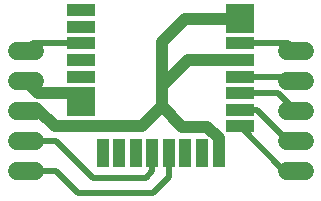
<source format=gbr>
G04 EAGLE Gerber RS-274X export*
G75*
%MOMM*%
%FSLAX34Y34*%
%LPD*%
%INTop Copper*%
%IPPOS*%
%AMOC8*
5,1,8,0,0,1.08239X$1,22.5*%
G01*
%ADD10R,2.450000X0.800000*%
%ADD11R,2.450000X0.650000*%
%ADD12R,2.450000X1.000000*%
%ADD13R,1.000000X2.450000*%
%ADD14C,1.524000*%
%ADD15C,0.508000*%
%ADD16C,1.016000*%
%ADD17C,0.812800*%


D10*
X73750Y91400D03*
D11*
X207850Y161450D03*
D12*
X73750Y168000D03*
X73750Y154000D03*
X73750Y140000D03*
X73750Y126000D03*
X73750Y112000D03*
X73750Y98000D03*
X73750Y84000D03*
X73750Y70000D03*
D13*
X91800Y47050D03*
X105800Y47050D03*
X119800Y47050D03*
X133800Y47050D03*
X147800Y47050D03*
X161800Y47050D03*
X175800Y47050D03*
X189800Y47050D03*
D12*
X207850Y70000D03*
X207850Y84000D03*
X207850Y98000D03*
X207850Y112000D03*
X207850Y126000D03*
X207850Y140000D03*
X207850Y154000D03*
X207850Y168000D03*
D14*
X34120Y133900D02*
X18880Y133900D01*
X18880Y108500D02*
X34120Y108500D01*
X34120Y83100D02*
X18880Y83100D01*
X18880Y57700D02*
X34120Y57700D01*
X34120Y32300D02*
X18880Y32300D01*
X247480Y32300D02*
X262720Y32300D01*
X262720Y57700D02*
X247480Y57700D01*
X247480Y83100D02*
X262720Y83100D01*
X262720Y108500D02*
X247480Y108500D01*
X247480Y133900D02*
X262720Y133900D01*
D15*
X249000Y140000D02*
X207850Y140000D01*
X249000Y140000D02*
X255100Y133900D01*
X207850Y70000D02*
X245550Y32300D01*
X255100Y32300D01*
X222450Y84000D02*
X207850Y84000D01*
X248750Y57700D02*
X255100Y57700D01*
X248750Y57700D02*
X222450Y84000D01*
X207850Y98000D02*
X240200Y98000D01*
X255100Y83100D01*
X251600Y112000D02*
X207850Y112000D01*
X251600Y112000D02*
X255100Y108500D01*
X32600Y140000D02*
X26500Y133900D01*
X32600Y140000D02*
X73750Y140000D01*
X51900Y32300D02*
X26500Y32300D01*
X70950Y13250D02*
X134450Y13250D01*
X147800Y26600D01*
X147800Y47050D01*
X70950Y13250D02*
X51900Y32300D01*
X133800Y31650D02*
X133800Y47050D01*
X133800Y31650D02*
X128100Y25950D01*
X83650Y25950D01*
X51900Y57700D02*
X26500Y57700D01*
X51900Y57700D02*
X83650Y25950D01*
D16*
X73750Y70000D02*
X51100Y70000D01*
X38000Y83100D01*
X26500Y83100D01*
X73750Y70000D02*
X124600Y70000D01*
X189800Y60200D02*
X189800Y47050D01*
X189800Y60200D02*
X180400Y69600D01*
X159000Y69600D01*
X141600Y87000D01*
X124600Y70000D01*
X141700Y87100D02*
X141700Y103800D01*
X141700Y87100D02*
X141600Y87000D01*
X163900Y126000D02*
X207850Y126000D01*
X163900Y126000D02*
X141700Y103800D01*
X141700Y141600D01*
X204800Y160900D02*
X204800Y164950D01*
X204800Y160900D02*
X204100Y160200D01*
X204800Y160900D02*
X161000Y160900D01*
X141700Y141600D01*
D15*
X73750Y98000D02*
X70950Y98000D01*
D17*
X70950Y84000D02*
X73750Y84000D01*
X70950Y84000D02*
X70950Y98000D01*
X73750Y98000D02*
X73750Y84000D01*
X77300Y84000D01*
X77300Y95800D01*
D16*
X37000Y98000D02*
X26500Y108500D01*
X37000Y98000D02*
X73750Y98000D01*
M02*

</source>
